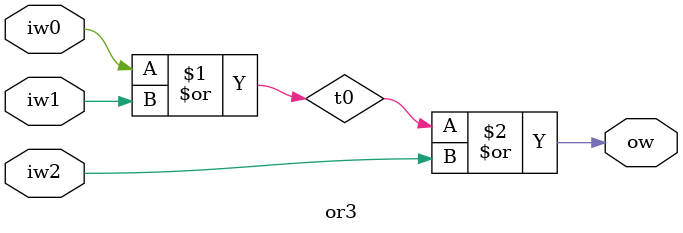
<source format=sv>
module stack_structural_normal(
    inout wire[3:0] IO_DATA, 
    input wire RESET, 
    input wire CLK, 
    input wire[1:0] COMMAND,
    input wire[2:0] INDEX
    ); 

    wire PUSH, POP, GET;
    push g0(PUSH, COMMAND);
    pop g1(POP, COMMAND);
    get g2(GET, COMMAND);

    wire NPUSH, NPOP, NGET;
    not(NPUSH, PUSH);
    not(NPOP, POP);
    not(NGET, GET);

    wire[3:0] I_DATA;
    wire[3:0] O_DATA;

    cmos4 g3(IO_DATA, I_DATA, PUSH, NPUSH);

    stack_interface g5(I_DATA, O_DATA, RESET, CLK, COMMAND, INDEX);

    wire w0, w1, w2;
    or(w0, POP, GET);
    and(w1, w0, CLK);
    not(w2, w1);

    cmos4 g4(O_DATA, IO_DATA, w1, w2);
endmodule

module cmos4(
    inout wire[3:0] I_DATA,  
    output wire[3:0] O_DATA,
    input wire p_ctrl,
    input wire n_ctrl
    );
    cmos p0(O_DATA[0], I_DATA[0], p_ctrl, n_ctrl);
    cmos p1(O_DATA[1], I_DATA[1], p_ctrl, n_ctrl);
    cmos p2(O_DATA[2], I_DATA[2], p_ctrl, n_ctrl);
    cmos p3(O_DATA[3], I_DATA[3], p_ctrl, n_ctrl);
endmodule

module push(
    output wire PUSH,
    input wire[1:0] COMMAND
    );

    wire ncmd0;
    wire ncmd1;
    not(ncmd0, COMMAND[0]);
    not(ncmd1, COMMAND[1]);

    and(PUSH, ncmd1, COMMAND[0]);
endmodule

module pop(
    output wire POP,
    input wire[1:0] COMMAND
    );

    wire ncmd0;
    wire ncmd1;
    not(ncmd0, COMMAND[0]);
    not(ncmd1, COMMAND[1]);

    and(POP, ncmd0, COMMAND[1]);
endmodule

module get(
    output wire GET,
    input wire[1:0] COMMAND
    );

    and(GET, COMMAND[1], COMMAND[0]);
endmodule

module stack_interface(
    input wire[3:0] I_DATA, 
    output wire[3:0] O_DATA, 
    input wire RESET, 
    input wire CLK, 
    input wire[1:0] COMMAND,
    input wire[2:0] INDEX
    );

    wire WRITE_FLAG;
    wire[2:0] STACK_POINTER;
    wire[2:0] ASK_INDEX;

    get_stack_pointer g0(RESET, CLK, COMMAND, STACK_POINTER);
    parser g1(CLK, COMMAND, INDEX, STACK_POINTER, WRITE_FLAG, ASK_INDEX);
    big_memory g2(RESET, WRITE_FLAG, ASK_INDEX, I_DATA, O_DATA);
endmodule

module big_memory(
    input wire RESET, 
    input wire CLK, 
    input wire[2:0] INDEX,
    input wire[3:0] IN_DATA, 
    output wire[3:0] O_DATA
    );

    wire[2:0] w0;
    mod_5 g6(INDEX, w0);

    wire[4:0] SYNC;
    demux g0(CLK, INDEX, SYNC);

    wire[3:0] w2, w3, w4, w5, w6;
    memory_cell4 g1(RESET, SYNC[0], IN_DATA, w2);
    memory_cell4 g2(RESET, SYNC[1], IN_DATA, w3);
    memory_cell4 g3(RESET, SYNC[2], IN_DATA, w4);
    memory_cell4 g4(RESET, SYNC[3], IN_DATA, w5);
    memory_cell4 g5(RESET, SYNC[4], IN_DATA, w6);

    mux4 g7(INDEX, w2, w3, w4, w5, w6, O_DATA);
endmodule

module mux4(
    input wire[2:0] INDEX,
    input wire[3:0] a, b, c, d, e,
    output wire[3:0] O_DATA
    );

    mux g0(INDEX, a[0], b[0], c[0], d[0], e[0], O_DATA[0]);
    mux g1(INDEX, a[1], b[1], c[1], d[1], e[1], O_DATA[1]);
    mux g2(INDEX, a[2], b[2], c[2], d[2], e[2], O_DATA[2]);
    mux g3(INDEX, a[3], b[3], c[3], d[3], e[3], O_DATA[3]);
endmodule

module mux(
    input wire[2:0] INDEX,
    input wire IN0, IN1, IN2, IN3, IN4,
    output wire OUT_DATA
    );

    wire Q0, Q1, Q2, Q3, Q4;
    decoder g0(INDEX[0], INDEX[1], INDEX[2], Q0, Q1, Q2, Q3, Q4);

    wire w0, w1, w2, w3, w4;
    and(w0, IN0, Q0);
    and(w1, IN1, Q1);
    and(w2, IN2, Q2);
    and(w3, IN3, Q3);
    and(w4, IN4, Q4);

    or5 g1(w0, w1, w2, w3, w4, OUT_DATA);
endmodule

module or5(
    input wire w0, w1, w2, w3, w4,
    output wire ow
    );

    wire t0, t1, t2;

    or(t0, w0, w1);
    or(t1, t0, w2);
    or(t2, t1, w3);
    or(ow, t2, w4);
endmodule

module memory_cell4(
    input wire RESET, 
    input wire CLK, 
    input wire[3:0] IN_DATA, 
    output wire[3:0] O_DATA
    );

    wire w0, w1, w2, w3;

    d_trigger g0(IN_DATA[0], CLK, RESET, O_DATA[0], w0);
    d_trigger g1(IN_DATA[1], CLK, RESET, O_DATA[1], w1);
    d_trigger g2(IN_DATA[2], CLK, RESET, O_DATA[2], w2);
    d_trigger g3(IN_DATA[3], CLK, RESET, O_DATA[3], w3);
endmodule

module sync_rs_trigger(
    input wire r, s, RESET, CLK, 
    output wire q, nq);
    wire t0, t1;

    and(t0, r, CLK);
    and(t1, s, CLK);

    rs_trigger g0(t0, t1, RESET, q, nq);
endmodule

module rs_trigger(
    input wire r, s, RESET, 
    output wire q, nq
    );
    wire t;

    or(nq, RESET, t);
    nor(q, r, nq);
    nor(t, s, q);
endmodule

module decoder(
    input wire A0, A1, A2,
    output wire Q0, Q1, Q2, Q3, Q4
    );

    wire NA0, NA1, NA2;
    not(NA0, A0);
    not(NA1, A1);
    not(NA2, A2);

    and3 g0(Q0, NA0, NA1, NA2);
    and3 g1(Q1, A0, NA1, NA2);
    and3 g2(Q2, NA0, A1, NA2);
    and3 g3(Q3, A0, A1, NA2);
    and3 g4(Q4, NA0, NA1, A2);
endmodule

module demux(
    input wire CLK, 
    input wire[2:0] INDEX,
    output wire[4:0] O_DATA
    );

    wire w0, w1, w2, w3, w4;
    decoder g0(INDEX[0], INDEX[1], INDEX[2], w0, w1, w2, w3, w4);

    and(O_DATA[0], w0, CLK);
    and(O_DATA[1], w1, CLK);
    and(O_DATA[2], w2, CLK);
    and(O_DATA[3], w3, CLK);
    and(O_DATA[4], w4, CLK);
endmodule

module mod_5(
    input wire[2:0] I_DATA,
    output wire[2:0] O_DATA
    );
    wire n0, n1, n2;
    not(n0, I_DATA[0]);
    not(n1, I_DATA[1]); 
    not(n2, I_DATA[2]);

    wire w0, w1, w2, w3, w4, w5, w6, w7;
    and(w0, I_DATA[0], I_DATA[1]);
    and(w1, I_DATA[1], I_DATA[2]);
    and(w2, n2, I_DATA[0]);
    and(w3, n2, I_DATA[1]);
    and(w4, n0, n1);
    and(w5, n0, w1);
    and(O_DATA[2], w4, I_DATA[2]);
    and(w7, w0, I_DATA[2]);
    or(O_DATA[1], w7, w3);
    or(O_DATA[0], w2, w5);
endmodule

module parser(
    input wire CLK, 
    input wire[1:0] COMMAND,
    input wire[2:0] INDEX,
    input wire[2:0] STACK_POINTER,
    output wire WRITE_FLAG,
    output wire[2:0] ASK_INDEX
    );

    wire PUSH, POP, GET;
    push g0(PUSH, COMMAND);
    pop g1(POP, COMMAND);
    get g2(GET, COMMAND);

    and(WRITE_FLAG, PUSH, CLK);

    wire[2:0] Y;
    shifter g3(INDEX, Y);

    wire[2:0] INDEX_A, INDEX_B;
    count_sum_mod5 g4(STACK_POINTER, Y, INDEX_B);
    shift_point g5(COMMAND, STACK_POINTER, INDEX_A);

    wire A, B, t;
    and(t, POP, CLK);
    or(A, PUSH, t);
    and(B, GET, CLK);

    select_index g6(A, B, INDEX_A, INDEX_B, ASK_INDEX);
endmodule

module select_index(
    input wire A, B,
    input wire[2:0] INDEX_A, INDEX_B,
    output wire[2:0] ASK_INDEX
    );

    wire a0, a1, a2;
    wire b0, b1, b2;

    and(a0, A, INDEX_A[0]);
    and(a1, A, INDEX_A[1]);
    and(a2, A, INDEX_A[2]);

    and(b0, B, INDEX_B[0]);
    and(b1, B, INDEX_B[1]);
    and(b2, B, INDEX_B[2]);

    or(ASK_INDEX[0], a0, b0);
    or(ASK_INDEX[1], a1, b1);
    or(ASK_INDEX[2], a2, b2);
endmodule

module shift_point(
    input wire[1:0] COMMAND,
    input wire[2:0] POINTER,
    output wire[2:0] SHIFTED_POINT
    );

    wire PUSH, POP, GET;
    push g0(PUSH, COMMAND);
    pop g1(POP, COMMAND);
    get g2(GET, COMMAND);

    wire[2:0] S;
    mod5_calculate g3(POINTER, 1'b1, S);

    wire w0, w1, w2;
    and(w0, POP, S[0]);
    and(w1, POP, S[1]);
    and(w2, POP, S[2]);

    wire w3, w4, w5;
    and(w3, PUSH, POINTER[0]);
    and(w4, PUSH, POINTER[1]);
    and(w5, PUSH, POINTER[2]);

    or(SHIFTED_POINT[0], w0, w3);
    or(SHIFTED_POINT[1], w1, w4);
    or(SHIFTED_POINT[2], w2, w5);
endmodule

module mod5_calculate(
    input wire[2:0] IN_DATA,
    input wire PM, 
    output wire[2:0] CURRENT_POINTER
    );

    wire T0, T1;
    wire X, Y, Z, W, V, K, L, M, N, A, B, G, D, E, F;
    wire NPM, NIN0;

    wire[2:0] I_DATA;
    mod_5 g(IN_DATA, I_DATA);

    or U0(T0, I_DATA[0], I_DATA[1]);
    or U1(T1, T0, I_DATA[2]);
    not U2(X, T1);
    nand U3(Y, I_DATA[0], I_DATA[1]);
    nor U4(Z, Y, I_DATA[2]);
    not U5(NPM, PM);
    and U6(W, X, PM);
    and U7(V, Z, NPM);
    xor U8(K, I_DATA[0], I_DATA[1]);
    and U9(L, K, NPM);
    xor U10(M, I_DATA[1], I_DATA[2]);
    not U11(N, K);
    and U12(A, M, N);
    and U13(B, A, PM);
    not U14(NIN0, I_DATA[0]);
    and U15(G, M, NIN0);
    and U16(D, G, PM);
    nor U17(E, I_DATA[0], I_DATA[2]);
    and U18(F, E, NPM);

    or U19(CURRENT_POINTER[0], F, D);
    or U20(CURRENT_POINTER[1], B, L);
    or U21(CURRENT_POINTER[2], W, V);
endmodule

module shifter(
    input wire[2:0] INP_DATA,
    output wire[2:0] OUT_DATA
    );
    wire[2:0] t;
    mod_5 g0(INP_DATA, t);

    assign OUT_DATA[0] = t[0];
    xor(OUT_DATA[1], t[0], t[1]);

    wire w0, w1;
    or(w0, t[0], t[1]);
    or(w1, w0, t[2]);
    not(OUT_DATA[2], w1);
endmodule

module get_stack_pointer(
    input wire RESET, 
    input wire CLK, 
    input wire[1:0] COMMAND,
    output wire[2:0] STACK_POINTER
    );  

    wire PUSH, POP, GET;
    push g0(PUSH, COMMAND);
    pop g1(POP, COMMAND);
    get g2(GET, COMMAND);

    wire w0, w1, nw0, nw1;
    d_trigger g3(PUSH, CLK, RESET, w0, nw0);
    d_trigger g4(POP, CLK, RESET, w1, nw1);

    wire NCLK;
    not(NCLK, CLK);

    wire w2, w3;
    and(w2, w0, NCLK);
    and(w3, w1, NCLK);

    wire w4;
    nand(w4, w2, w3);

    wire w5;
    or(w5, w2, w3);

    wire SHIFT_FLAG;
    and(SHIFT_FLAG, w5, w4);
    wire NSHIFT_FLAG;
    not(NSHIFT_FLAG, SHIFT_FLAG);

    wire[2:0] DATA, T0, T1;
    memory_cell3 g5(RESET, NSHIFT_FLAG, DATA, T0);
    mod5_calculate g6(T0, w3, T1);
    memory_cell3 g7(RESET, SHIFT_FLAG, T1, DATA);

    assign STACK_POINTER = DATA;
endmodule

module d_trigger(
    input wire d, CLK, RESET, 
    output wire q, nq);
    wire nd;
    not(nd, d);

    sync_rs_trigger g0(nd, d, RESET, CLK, q, nq);
endmodule

module memory_cell3(
    input wire RESET, 
    input wire CLK, 
    input wire[2:0] IN_DATA, 
    output wire[2:0] O_DATA
    );

    wire w0, w1, w2;

    d_trigger g0(IN_DATA[0], CLK, RESET, O_DATA[0], w0);
    d_trigger g1(IN_DATA[1], CLK, RESET, O_DATA[1], w1);
    d_trigger g2(IN_DATA[2], CLK, RESET, O_DATA[2], w2);
endmodule

module count_sum_mod5(
    input wire[2:0] X_IN,
    input wire[2:0] Y_IN,
    output wire[2:0] SUM
    );

    wire[2:0] X, Y;
    mod_5 g0(X_IN, X);
    mod_5 g1(Y_IN, Y);

    wire[2:0] A, B, C;
    count_sum34 g2(X, Y, A);
    count_sum22 g3(X, Y, B);
    count_sum0 g4(X, Y, C);

    wire SUM0, SUM1, SUM2;

    or3 g5(A[0], B[0], C[0], SUM0);    
    or3 g6(A[1], B[1], C[1], SUM1);    
    or3 g7(A[2], B[2], C[2], SUM2);    

    assign SUM[0] = SUM0;
    assign SUM[1] = SUM1;
    assign SUM[2] = SUM2;
endmodule

module count_sum0(
    input wire[2:0] X_IN,
    input wire[2:0] Y_IN,
    output wire[2:0] SUM
    );

    wire w0;
    or3 g0(Y_IN[0], Y_IN[1], Y_IN[2], w0);
    wire ZERO_Y;
    not(ZERO_Y, w0);

    wire[2:0] SUM_X;
    and(SUM_X[0], X_IN[0], ZERO_Y);
    and(SUM_X[1], X_IN[1], ZERO_Y);
    and(SUM_X[2], X_IN[2], ZERO_Y);

    wire w1;
    or3 g1(X_IN[0], X_IN[1], X_IN[2], w1);
    wire ZERO_X;
    not(ZERO_X, w1);

    wire[2:0] SUM_Y;
    and(SUM_Y[0], Y_IN[0], ZERO_X);
    and(SUM_Y[1], Y_IN[1], ZERO_X);
    and(SUM_Y[2], Y_IN[2], ZERO_X);

    or(SUM[0], SUM_X[0], SUM_Y[0]);
    or(SUM[1], SUM_X[1], SUM_Y[1]);
    or(SUM[2], SUM_X[2], SUM_Y[2]);
endmodule

module count_sum22(
    input wire[2:0] X_IN,
    input wire[2:0] Y_IN,
    output wire[2:0] SUM
    );

    wire w0, w1;
    less2 g0(X_IN, w0);
    less2 g1(Y_IN, w1);
    wire FLAG;
    and(FLAG, w0, w1);

    wire w2, w3;
    xor(w2, X_IN[0], Y_IN[0]);
    xor(w3, X_IN[1], Y_IN[1]);
    wire NEQ;
    or(NEQ, w2, w3);

    wire[2:0] TWO, THREE, FOUR;
    wire EQ;
    not(EQ, NEQ);

    wire w4, w5;
    and(w4, EQ, X_IN[0]);
    and(w5, EQ, X_IN[1]);

    assign TWO[0] = 1'b0;
    assign TWO[1] = w4;
    assign TWO[2] = 1'b0;

    assign THREE[0] = NEQ;
    assign THREE[1] = NEQ;
    assign THREE[2] = 1'b0;

    assign FOUR[0] = 1'b0;
    assign FOUR[1] = 1'b0;
    assign FOUR[2] = w5;

    wire w6, w7, w8;
    or3 g2(TWO[0], THREE[0], FOUR[0], w6);
    or3 g3(TWO[1], THREE[1], FOUR[1], w7);
    or3 g4(TWO[2], THREE[2], FOUR[2], w8);

    and(SUM[0], FLAG, w6);
    and(SUM[1], FLAG, w7);
    and(SUM[2], FLAG, w8);
endmodule

module and3(
    output wire ow,
    input wire w0, w1, w2
    );

    wire t0;
    and(t0, w0, w1);
    and(ow, t0, w2);
endmodule

module count_sum34(
    input wire[2:0] X_IN,
    input wire[2:0] Y_IN,
    output wire[2:0] SUM
    );

    wire s0, s1, s2;
    xor(s0, X_IN[0], Y_IN[0]);
    xor(s1, X_IN[1], Y_IN[1]);
    xor(s2, X_IN[2], Y_IN[2]);

    wire w0;
    and3 g0(w0, s0, s1, s2);

    wire[2:0] ONE, TWO, THREE, FOUR;

    assign TWO[0] = 1'b0;
    assign TWO[1] = w0;
    assign TWO[2] = 1'b0;

    wire ns0, ns2;
    not(ns0, s0);
    not(ns2, s2);
    and3 g1(FOUR[2], ns0, s1, ns2);
    assign FOUR[0] = 1'b0;
    assign FOUR[1] = 1'b0;

    wire w1, nw1;
    nand(w1, X_IN[2], Y_IN[2]);
    not(nw1, w1);
    assign THREE[0] = nw1;
    assign THREE[1] = nw1;
    assign THREE[2] = 1'b0;

    wire w2, nw2;
    xor(w2, s1, s2);
    not(nw2, w2);
    and3 g2(ONE[0], w1, nw2, ns0);
    assign ONE[1] = 1'b0;
    assign ONE[2] = 1'b0;

    wire w3, w4, w5;
    or3 g3(X_IN[0], X_IN[1], X_IN[2], w3);
    or3 g4(Y_IN[0], Y_IN[1], Y_IN[2], w4);
    and(w5, w3, w4);

    wire w6, w7, w8;
    less2 g5(X_IN, w6);
    less2 g6(Y_IN, w7);
    nand(w8, w6, w7);

    wire FLAG;
    and(FLAG, w5, w8);

    wire w9, w10, w11;
    or4 g7(ONE[0], TWO[0], THREE[0], FOUR[0], w9);
    or4 g8(ONE[1], TWO[1], THREE[1], FOUR[1], w10);
    or4 g9(ONE[2], TWO[2], THREE[2], FOUR[2], w11);

    and(SUM[0], FLAG, w9);
    and(SUM[1], FLAG, w10);
    and(SUM[2], FLAG, w11);
endmodule

module or4(
    input wire iw0, iw1, iw2, iw3,
    output wire ow
    );

    wire t0, t1;

    or(t0, iw0, iw1);
    or(t1, t0, iw2);
    or(ow, t1, iw3);
endmodule

module less2(
    input wire[2:0] INP,
    output wire is_less
    );

    wire w0, w1, w2;
    and(w0, INP[0], INP[1]);
    nor(w1, w0, INP[2]);

    or3 g0(INP[0], INP[1], INP[2], w2);

    and(is_less, w2, w1);
endmodule

module or3(
    input wire iw0, iw1, iw2,
    output wire ow
    );

    wire t0;

    or(t0, iw0, iw1);
    or(ow, t0, iw2);
endmodule

</source>
